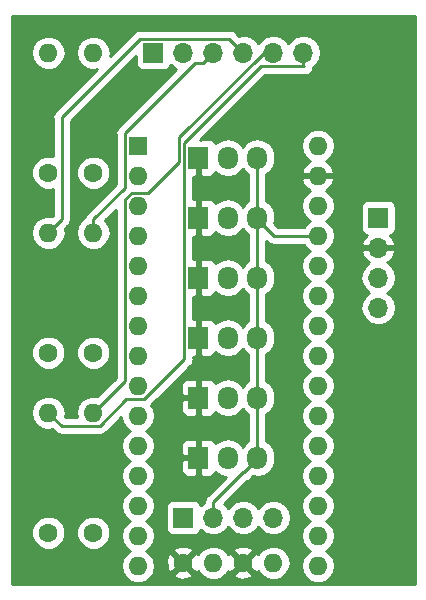
<source format=gbr>
G04 #@! TF.GenerationSoftware,KiCad,Pcbnew,(5.0.0-3-g5ebb6b6)*
G04 #@! TF.CreationDate,2018-11-24T18:14:00+01:00*
G04 #@! TF.ProjectId,tt_nano_HAT,74745F6E616E6F5F4841542E6B696361,rev?*
G04 #@! TF.SameCoordinates,Original*
G04 #@! TF.FileFunction,Copper,L2,Bot,Signal*
G04 #@! TF.FilePolarity,Positive*
%FSLAX46Y46*%
G04 Gerber Fmt 4.6, Leading zero omitted, Abs format (unit mm)*
G04 Created by KiCad (PCBNEW (5.0.0-3-g5ebb6b6)) date Saturday, 24. November 2018 um 18:14:00*
%MOMM*%
%LPD*%
G01*
G04 APERTURE LIST*
G04 #@! TA.AperFunction,ComponentPad*
%ADD10R,1.600000X1.600000*%
G04 #@! TD*
G04 #@! TA.AperFunction,ComponentPad*
%ADD11O,1.600000X1.600000*%
G04 #@! TD*
G04 #@! TA.AperFunction,ComponentPad*
%ADD12C,1.600000*%
G04 #@! TD*
G04 #@! TA.AperFunction,ComponentPad*
%ADD13R,1.700000X1.700000*%
G04 #@! TD*
G04 #@! TA.AperFunction,ComponentPad*
%ADD14O,1.700000X1.700000*%
G04 #@! TD*
G04 #@! TA.AperFunction,ComponentPad*
%ADD15O,1.700000X1.950000*%
G04 #@! TD*
G04 #@! TA.AperFunction,ComponentPad*
%ADD16R,1.700000X1.950000*%
G04 #@! TD*
G04 #@! TA.AperFunction,Conductor*
%ADD17C,0.250000*%
G04 #@! TD*
G04 #@! TA.AperFunction,Conductor*
%ADD18C,0.254000*%
G04 #@! TD*
G04 APERTURE END LIST*
D10*
G04 #@! TO.P,A1,1*
G04 #@! TO.N,Net-(A1-Pad1)*
X162530000Y-53615001D03*
D11*
G04 #@! TO.P,A1,17*
G04 #@! TO.N,Net-(A1-Pad17)*
X177770000Y-86635001D03*
G04 #@! TO.P,A1,2*
G04 #@! TO.N,Net-(A1-Pad2)*
X162530000Y-56155001D03*
G04 #@! TO.P,A1,18*
G04 #@! TO.N,Net-(A1-Pad18)*
X177770000Y-84095001D03*
G04 #@! TO.P,A1,3*
G04 #@! TO.N,Net-(A1-Pad3)*
X162530000Y-58695001D03*
G04 #@! TO.P,A1,19*
G04 #@! TO.N,Net-(A1-Pad19)*
X177770000Y-81555001D03*
G04 #@! TO.P,A1,4*
G04 #@! TO.N,Net-(A1-Pad4)*
X162530000Y-61235001D03*
G04 #@! TO.P,A1,20*
G04 #@! TO.N,Net-(A1-Pad20)*
X177770000Y-79015001D03*
G04 #@! TO.P,A1,5*
G04 #@! TO.N,Net-(A1-Pad5)*
X162530000Y-63775001D03*
G04 #@! TO.P,A1,21*
G04 #@! TO.N,Net-(A1-Pad21)*
X177770000Y-76475001D03*
G04 #@! TO.P,A1,6*
G04 #@! TO.N,Net-(A1-Pad6)*
X162530000Y-66315001D03*
G04 #@! TO.P,A1,22*
G04 #@! TO.N,Net-(A1-Pad22)*
X177770000Y-73935001D03*
G04 #@! TO.P,A1,7*
G04 #@! TO.N,Net-(A1-Pad7)*
X162530000Y-68855001D03*
G04 #@! TO.P,A1,23*
G04 #@! TO.N,Net-(A1-Pad23)*
X177770000Y-71395001D03*
G04 #@! TO.P,A1,8*
G04 #@! TO.N,Net-(A1-Pad8)*
X162530000Y-71395001D03*
G04 #@! TO.P,A1,24*
G04 #@! TO.N,Net-(A1-Pad24)*
X177770000Y-68855001D03*
G04 #@! TO.P,A1,9*
G04 #@! TO.N,Net-(A1-Pad9)*
X162530000Y-73935001D03*
G04 #@! TO.P,A1,25*
G04 #@! TO.N,Net-(A1-Pad25)*
X177770000Y-66315001D03*
G04 #@! TO.P,A1,10*
G04 #@! TO.N,Net-(A1-Pad10)*
X162530000Y-76475001D03*
G04 #@! TO.P,A1,26*
G04 #@! TO.N,Net-(A1-Pad26)*
X177770000Y-63775001D03*
G04 #@! TO.P,A1,11*
G04 #@! TO.N,Net-(A1-Pad11)*
X162530000Y-79015001D03*
G04 #@! TO.P,A1,27*
G04 #@! TO.N,Net-(A1-Pad27)*
X177770000Y-61235001D03*
G04 #@! TO.P,A1,12*
G04 #@! TO.N,Net-(A1-Pad12)*
X162530000Y-81555001D03*
G04 #@! TO.P,A1,28*
G04 #@! TO.N,Net-(A1-Pad28)*
X177770000Y-58695001D03*
G04 #@! TO.P,A1,13*
G04 #@! TO.N,Net-(A1-Pad13)*
X162530000Y-84095001D03*
G04 #@! TO.P,A1,29*
G04 #@! TO.N,Net-(A1-Pad29)*
X177770000Y-56155001D03*
G04 #@! TO.P,A1,14*
G04 #@! TO.N,Net-(A1-Pad14)*
X162530000Y-86635001D03*
G04 #@! TO.P,A1,30*
G04 #@! TO.N,Net-(A1-Pad30)*
X177770000Y-53615001D03*
G04 #@! TO.P,A1,15*
G04 #@! TO.N,Net-(A1-Pad15)*
X162530000Y-89175001D03*
G04 #@! TO.P,A1,16*
G04 #@! TO.N,Net-(A1-Pad16)*
X177770000Y-89175001D03*
G04 #@! TD*
G04 #@! TO.P,D4,2*
G04 #@! TO.N,Net-(J2-Pad2)*
X154940000Y-45720000D03*
D12*
G04 #@! TO.P,D4,1*
G04 #@! TO.N,Net-(A1-Pad7)*
X154940000Y-55880000D03*
G04 #@! TD*
D13*
G04 #@! TO.P,J2,1*
G04 #@! TO.N,Net-(J2-Pad1)*
X163830000Y-45720000D03*
D14*
G04 #@! TO.P,J2,2*
G04 #@! TO.N,Net-(J2-Pad2)*
X166370000Y-45720000D03*
G04 #@! TO.P,J2,3*
G04 #@! TO.N,Net-(J2-Pad3)*
X168910000Y-45720000D03*
G04 #@! TO.P,J2,4*
G04 #@! TO.N,Net-(J2-Pad4)*
X171450000Y-45720000D03*
G04 #@! TO.P,J2,5*
G04 #@! TO.N,Net-(J2-Pad5)*
X173990000Y-45720000D03*
G04 #@! TO.P,J2,6*
G04 #@! TO.N,Net-(J2-Pad6)*
X176530000Y-45720000D03*
G04 #@! TD*
D13*
G04 #@! TO.P,J3,1*
G04 #@! TO.N,Net-(A1-Pad27)*
X182880000Y-59690000D03*
D14*
G04 #@! TO.P,J3,2*
G04 #@! TO.N,Net-(A1-Pad29)*
X182880000Y-62230000D03*
G04 #@! TO.P,J3,3*
G04 #@! TO.N,Net-(A1-Pad23)*
X182880000Y-64770000D03*
G04 #@! TO.P,J3,4*
G04 #@! TO.N,Net-(A1-Pad24)*
X182880000Y-67310000D03*
G04 #@! TD*
D15*
G04 #@! TO.P,J4,3*
G04 #@! TO.N,Net-(A1-Pad27)*
X172640000Y-80010000D03*
G04 #@! TO.P,J4,2*
G04 #@! TO.N,Net-(A1-Pad19)*
X170140000Y-80010000D03*
D16*
G04 #@! TO.P,J4,1*
G04 #@! TO.N,Net-(A1-Pad29)*
X167640000Y-80010000D03*
G04 #@! TD*
G04 #@! TO.P,J5,1*
G04 #@! TO.N,Net-(A1-Pad29)*
X167640000Y-74930000D03*
D15*
G04 #@! TO.P,J5,2*
G04 #@! TO.N,Net-(A1-Pad20)*
X170140000Y-74930000D03*
G04 #@! TO.P,J5,3*
G04 #@! TO.N,Net-(A1-Pad27)*
X172640000Y-74930000D03*
G04 #@! TD*
G04 #@! TO.P,J6,3*
G04 #@! TO.N,Net-(A1-Pad27)*
X172640000Y-69850000D03*
G04 #@! TO.P,J6,2*
G04 #@! TO.N,Net-(A1-Pad21)*
X170140000Y-69850000D03*
D16*
G04 #@! TO.P,J6,1*
G04 #@! TO.N,Net-(A1-Pad29)*
X167640000Y-69850000D03*
G04 #@! TD*
G04 #@! TO.P,J7,1*
G04 #@! TO.N,Net-(A1-Pad29)*
X167640000Y-64770000D03*
D15*
G04 #@! TO.P,J7,2*
G04 #@! TO.N,Net-(A1-Pad22)*
X170140000Y-64770000D03*
G04 #@! TO.P,J7,3*
G04 #@! TO.N,Net-(A1-Pad27)*
X172640000Y-64770000D03*
G04 #@! TD*
G04 #@! TO.P,J8,3*
G04 #@! TO.N,Net-(A1-Pad27)*
X172640000Y-59690000D03*
G04 #@! TO.P,J8,2*
G04 #@! TO.N,Net-(A1-Pad25)*
X170140000Y-59690000D03*
D16*
G04 #@! TO.P,J8,1*
G04 #@! TO.N,Net-(A1-Pad29)*
X167640000Y-59690000D03*
G04 #@! TD*
G04 #@! TO.P,J9,1*
G04 #@! TO.N,Net-(A1-Pad29)*
X167640000Y-54610000D03*
D15*
G04 #@! TO.P,J9,2*
G04 #@! TO.N,Net-(A1-Pad26)*
X170140000Y-54610000D03*
G04 #@! TO.P,J9,3*
G04 #@! TO.N,Net-(A1-Pad27)*
X172640000Y-54610000D03*
G04 #@! TD*
D12*
G04 #@! TO.P,D3,1*
G04 #@! TO.N,Net-(A1-Pad6)*
X158750000Y-55880000D03*
D11*
G04 #@! TO.P,D3,2*
G04 #@! TO.N,Net-(J2-Pad1)*
X158750000Y-45720000D03*
G04 #@! TD*
D12*
G04 #@! TO.P,D5,1*
G04 #@! TO.N,Net-(A1-Pad8)*
X158750000Y-71120000D03*
D11*
G04 #@! TO.P,D5,2*
G04 #@! TO.N,Net-(J2-Pad3)*
X158750000Y-60960000D03*
G04 #@! TD*
G04 #@! TO.P,D6,2*
G04 #@! TO.N,Net-(J2-Pad4)*
X154940000Y-60960000D03*
D12*
G04 #@! TO.P,D6,1*
G04 #@! TO.N,Net-(A1-Pad9)*
X154940000Y-71120000D03*
G04 #@! TD*
G04 #@! TO.P,D7,1*
G04 #@! TO.N,Net-(A1-Pad10)*
X158750000Y-86360000D03*
D11*
G04 #@! TO.P,D7,2*
G04 #@! TO.N,Net-(J2-Pad5)*
X158750000Y-76200000D03*
G04 #@! TD*
G04 #@! TO.P,D8,2*
G04 #@! TO.N,Net-(J2-Pad6)*
X154940000Y-76200000D03*
D12*
G04 #@! TO.P,D8,1*
G04 #@! TO.N,Net-(A1-Pad11)*
X154940000Y-86360000D03*
G04 #@! TD*
D13*
G04 #@! TO.P,J1,1*
G04 #@! TO.N,Net-(A1-Pad27)*
X166370000Y-85090000D03*
D14*
G04 #@! TO.P,J1,2*
X168910000Y-85090000D03*
G04 #@! TO.P,J1,3*
G04 #@! TO.N,Net-(A1-Pad15)*
X171450000Y-85090000D03*
G04 #@! TO.P,J1,4*
G04 #@! TO.N,Net-(A1-Pad16)*
X173990000Y-85090000D03*
G04 #@! TD*
D12*
G04 #@! TO.P,D12,1*
G04 #@! TO.N,Net-(A1-Pad29)*
X166370000Y-88900000D03*
D11*
G04 #@! TO.P,D12,2*
G04 #@! TO.N,Net-(A1-Pad15)*
X168910000Y-88900000D03*
G04 #@! TD*
G04 #@! TO.P,D13,2*
G04 #@! TO.N,Net-(A1-Pad16)*
X173990000Y-88900000D03*
D12*
G04 #@! TO.P,D13,1*
G04 #@! TO.N,Net-(A1-Pad29)*
X171450000Y-88900000D03*
G04 #@! TD*
D17*
G04 #@! TO.N,Net-(A1-Pad27)*
X172640000Y-59815000D02*
X172640000Y-59690000D01*
X174060001Y-61235001D02*
X172640000Y-59815000D01*
X177770000Y-61235001D02*
X174060001Y-61235001D01*
X172640000Y-59690000D02*
X172640000Y-54610000D01*
X172640000Y-60915000D02*
X172640000Y-64770000D01*
X172640000Y-59690000D02*
X172640000Y-60915000D01*
X172640000Y-68625000D02*
X172640000Y-64770000D01*
X172640000Y-69850000D02*
X172640000Y-68625000D01*
X172640000Y-73705000D02*
X172640000Y-69850000D01*
X172640000Y-74930000D02*
X172640000Y-73705000D01*
X172640000Y-78785000D02*
X172640000Y-74930000D01*
X172640000Y-80010000D02*
X172640000Y-78785000D01*
X172640000Y-80135000D02*
X172640000Y-80010000D01*
X171415000Y-81235000D02*
X171540000Y-81235000D01*
X168910000Y-83740000D02*
X171415000Y-81235000D01*
X171540000Y-81235000D02*
X172640000Y-80135000D01*
X168910000Y-85090000D02*
X168910000Y-83740000D01*
G04 #@! TO.N,Net-(J2-Pad3)*
X168060001Y-46569999D02*
X168910000Y-45720000D01*
X161404999Y-52555000D02*
X167390000Y-46569999D01*
X161404999Y-57173631D02*
X161404999Y-52555000D01*
X167390000Y-46569999D02*
X168060001Y-46569999D01*
X158750000Y-59828630D02*
X161404999Y-57173631D01*
X158750000Y-60960000D02*
X158750000Y-59828630D01*
G04 #@! TO.N,Net-(J2-Pad4)*
X170274999Y-44544999D02*
X170600001Y-44870001D01*
X162719999Y-44544999D02*
X170274999Y-44544999D01*
X156065001Y-51199997D02*
X162719999Y-44544999D01*
X170600001Y-44870001D02*
X171450000Y-45720000D01*
X156065001Y-59834999D02*
X156065001Y-51199997D01*
X154940000Y-60960000D02*
X156065001Y-59834999D01*
G04 #@! TO.N,Net-(J2-Pad5)*
X163410000Y-57570000D02*
X166014989Y-54965011D01*
X161989999Y-57570000D02*
X163410000Y-57570000D01*
X161404999Y-73545001D02*
X161404999Y-58155000D01*
X161404999Y-58155000D02*
X161989999Y-57570000D01*
X158750000Y-76200000D02*
X161404999Y-73545001D01*
X173189002Y-45720000D02*
X173990000Y-45720000D01*
X166014989Y-52894013D02*
X173189002Y-45720000D01*
X166014989Y-54965011D02*
X166014989Y-52894013D01*
G04 #@! TO.N,Net-(J2-Pad6)*
X172944997Y-46895001D02*
X176624999Y-46895001D01*
X166464999Y-53374999D02*
X172944997Y-46895001D01*
X163070001Y-75060002D02*
X166464999Y-71665004D01*
X161555000Y-75060002D02*
X163070001Y-75060002D01*
X166464999Y-71665004D02*
X166464999Y-53374999D01*
X154940000Y-76200000D02*
X156065001Y-77325001D01*
X159290001Y-77325001D02*
X161555000Y-75060002D01*
X156065001Y-77325001D02*
X159290001Y-77325001D01*
X176530000Y-46800002D02*
X176530000Y-45720000D01*
X176624999Y-46895001D02*
X176530000Y-46800002D01*
G04 #@! TD*
D18*
G04 #@! TO.N,Net-(A1-Pad29)*
G36*
X185980001Y-90730000D02*
X151840000Y-90730000D01*
X151840000Y-86074561D01*
X153505000Y-86074561D01*
X153505000Y-86645439D01*
X153723466Y-87172862D01*
X154127138Y-87576534D01*
X154654561Y-87795000D01*
X155225439Y-87795000D01*
X155752862Y-87576534D01*
X156156534Y-87172862D01*
X156375000Y-86645439D01*
X156375000Y-86074561D01*
X157315000Y-86074561D01*
X157315000Y-86645439D01*
X157533466Y-87172862D01*
X157937138Y-87576534D01*
X158464561Y-87795000D01*
X159035439Y-87795000D01*
X159562862Y-87576534D01*
X159966534Y-87172862D01*
X160185000Y-86645439D01*
X160185000Y-86074561D01*
X159966534Y-85547138D01*
X159562862Y-85143466D01*
X159035439Y-84925000D01*
X158464561Y-84925000D01*
X157937138Y-85143466D01*
X157533466Y-85547138D01*
X157315000Y-86074561D01*
X156375000Y-86074561D01*
X156156534Y-85547138D01*
X155752862Y-85143466D01*
X155225439Y-84925000D01*
X154654561Y-84925000D01*
X154127138Y-85143466D01*
X153723466Y-85547138D01*
X153505000Y-86074561D01*
X151840000Y-86074561D01*
X151840000Y-70834561D01*
X153505000Y-70834561D01*
X153505000Y-71405439D01*
X153723466Y-71932862D01*
X154127138Y-72336534D01*
X154654561Y-72555000D01*
X155225439Y-72555000D01*
X155752862Y-72336534D01*
X156156534Y-71932862D01*
X156375000Y-71405439D01*
X156375000Y-70834561D01*
X157315000Y-70834561D01*
X157315000Y-71405439D01*
X157533466Y-71932862D01*
X157937138Y-72336534D01*
X158464561Y-72555000D01*
X159035439Y-72555000D01*
X159562862Y-72336534D01*
X159966534Y-71932862D01*
X160185000Y-71405439D01*
X160185000Y-70834561D01*
X159966534Y-70307138D01*
X159562862Y-69903466D01*
X159035439Y-69685000D01*
X158464561Y-69685000D01*
X157937138Y-69903466D01*
X157533466Y-70307138D01*
X157315000Y-70834561D01*
X156375000Y-70834561D01*
X156156534Y-70307138D01*
X155752862Y-69903466D01*
X155225439Y-69685000D01*
X154654561Y-69685000D01*
X154127138Y-69903466D01*
X153723466Y-70307138D01*
X153505000Y-70834561D01*
X151840000Y-70834561D01*
X151840000Y-60960000D01*
X153476887Y-60960000D01*
X153588260Y-61519909D01*
X153905423Y-61994577D01*
X154380091Y-62311740D01*
X154798667Y-62395000D01*
X155081333Y-62395000D01*
X155499909Y-62311740D01*
X155974577Y-61994577D01*
X156291740Y-61519909D01*
X156403113Y-60960000D01*
X156338688Y-60636114D01*
X156549474Y-60425328D01*
X156612930Y-60382928D01*
X156668694Y-60299472D01*
X156780905Y-60131537D01*
X156809747Y-59986536D01*
X156825001Y-59909851D01*
X156825001Y-59909847D01*
X156839889Y-59834999D01*
X156825001Y-59760151D01*
X156825001Y-55594561D01*
X157315000Y-55594561D01*
X157315000Y-56165439D01*
X157533466Y-56692862D01*
X157937138Y-57096534D01*
X158464561Y-57315000D01*
X159035439Y-57315000D01*
X159562862Y-57096534D01*
X159966534Y-56692862D01*
X160185000Y-56165439D01*
X160185000Y-55594561D01*
X159966534Y-55067138D01*
X159562862Y-54663466D01*
X159035439Y-54445000D01*
X158464561Y-54445000D01*
X157937138Y-54663466D01*
X157533466Y-55067138D01*
X157315000Y-55594561D01*
X156825001Y-55594561D01*
X156825001Y-51514798D01*
X162332560Y-46007241D01*
X162332560Y-46570000D01*
X162381843Y-46817765D01*
X162522191Y-47027809D01*
X162732235Y-47168157D01*
X162980000Y-47217440D01*
X164680000Y-47217440D01*
X164927765Y-47168157D01*
X165137809Y-47027809D01*
X165278157Y-46817765D01*
X165287184Y-46772381D01*
X165299375Y-46790625D01*
X165776061Y-47109136D01*
X160920527Y-51964671D01*
X160857071Y-52007071D01*
X160814671Y-52070527D01*
X160814670Y-52070528D01*
X160689096Y-52258463D01*
X160630111Y-52555000D01*
X160645000Y-52629852D01*
X160644999Y-56858829D01*
X158265528Y-59238301D01*
X158202072Y-59280701D01*
X158159672Y-59344157D01*
X158159671Y-59344158D01*
X158034097Y-59532093D01*
X157992713Y-59740144D01*
X157715423Y-59925423D01*
X157398260Y-60400091D01*
X157286887Y-60960000D01*
X157398260Y-61519909D01*
X157715423Y-61994577D01*
X158190091Y-62311740D01*
X158608667Y-62395000D01*
X158891333Y-62395000D01*
X159309909Y-62311740D01*
X159784577Y-61994577D01*
X160101740Y-61519909D01*
X160213113Y-60960000D01*
X160101740Y-60400091D01*
X159784577Y-59925423D01*
X159750666Y-59902765D01*
X160645000Y-59008432D01*
X160644999Y-73230199D01*
X159073886Y-74801312D01*
X158891333Y-74765000D01*
X158608667Y-74765000D01*
X158190091Y-74848260D01*
X157715423Y-75165423D01*
X157398260Y-75640091D01*
X157286887Y-76200000D01*
X157359490Y-76565001D01*
X156379803Y-76565001D01*
X156338688Y-76523886D01*
X156403113Y-76200000D01*
X156291740Y-75640091D01*
X155974577Y-75165423D01*
X155499909Y-74848260D01*
X155081333Y-74765000D01*
X154798667Y-74765000D01*
X154380091Y-74848260D01*
X153905423Y-75165423D01*
X153588260Y-75640091D01*
X153476887Y-76200000D01*
X153588260Y-76759909D01*
X153905423Y-77234577D01*
X154380091Y-77551740D01*
X154798667Y-77635000D01*
X155081333Y-77635000D01*
X155263886Y-77598688D01*
X155474672Y-77809474D01*
X155517072Y-77872930D01*
X155580528Y-77915330D01*
X155768463Y-78040905D01*
X155816606Y-78050481D01*
X155990149Y-78085001D01*
X155990153Y-78085001D01*
X156065001Y-78099889D01*
X156139849Y-78085001D01*
X159215154Y-78085001D01*
X159290001Y-78099889D01*
X159364848Y-78085001D01*
X159364853Y-78085001D01*
X159586538Y-78040905D01*
X159837930Y-77872930D01*
X159880332Y-77809471D01*
X161091428Y-76598376D01*
X161178260Y-77034910D01*
X161495423Y-77509578D01*
X161847758Y-77745001D01*
X161495423Y-77980424D01*
X161178260Y-78455092D01*
X161066887Y-79015001D01*
X161178260Y-79574910D01*
X161495423Y-80049578D01*
X161847758Y-80285001D01*
X161495423Y-80520424D01*
X161178260Y-80995092D01*
X161066887Y-81555001D01*
X161178260Y-82114910D01*
X161495423Y-82589578D01*
X161847758Y-82825001D01*
X161495423Y-83060424D01*
X161178260Y-83535092D01*
X161066887Y-84095001D01*
X161178260Y-84654910D01*
X161495423Y-85129578D01*
X161847758Y-85365001D01*
X161495423Y-85600424D01*
X161178260Y-86075092D01*
X161066887Y-86635001D01*
X161178260Y-87194910D01*
X161495423Y-87669578D01*
X161847758Y-87905001D01*
X161495423Y-88140424D01*
X161178260Y-88615092D01*
X161066887Y-89175001D01*
X161178260Y-89734910D01*
X161495423Y-90209578D01*
X161970091Y-90526741D01*
X162388667Y-90610001D01*
X162671333Y-90610001D01*
X163089909Y-90526741D01*
X163564577Y-90209578D01*
X163766255Y-89907745D01*
X165541861Y-89907745D01*
X165615995Y-90153864D01*
X166153223Y-90346965D01*
X166723454Y-90319778D01*
X167124005Y-90153864D01*
X167198139Y-89907745D01*
X166370000Y-89079605D01*
X165541861Y-89907745D01*
X163766255Y-89907745D01*
X163881740Y-89734910D01*
X163993113Y-89175001D01*
X163895293Y-88683223D01*
X164923035Y-88683223D01*
X164950222Y-89253454D01*
X165116136Y-89654005D01*
X165362255Y-89728139D01*
X166190395Y-88900000D01*
X166549605Y-88900000D01*
X167377745Y-89728139D01*
X167623864Y-89654005D01*
X167646280Y-89591641D01*
X167875423Y-89934577D01*
X168350091Y-90251740D01*
X168768667Y-90335000D01*
X169051333Y-90335000D01*
X169469909Y-90251740D01*
X169944577Y-89934577D01*
X169962505Y-89907745D01*
X170621861Y-89907745D01*
X170695995Y-90153864D01*
X171233223Y-90346965D01*
X171803454Y-90319778D01*
X172204005Y-90153864D01*
X172278139Y-89907745D01*
X171450000Y-89079605D01*
X170621861Y-89907745D01*
X169962505Y-89907745D01*
X170171611Y-89594797D01*
X170196136Y-89654005D01*
X170442255Y-89728139D01*
X171270395Y-88900000D01*
X171629605Y-88900000D01*
X172457745Y-89728139D01*
X172703864Y-89654005D01*
X172726280Y-89591641D01*
X172955423Y-89934577D01*
X173430091Y-90251740D01*
X173848667Y-90335000D01*
X174131333Y-90335000D01*
X174549909Y-90251740D01*
X175024577Y-89934577D01*
X175341740Y-89459909D01*
X175453113Y-88900000D01*
X175341740Y-88340091D01*
X175024577Y-87865423D01*
X174549909Y-87548260D01*
X174131333Y-87465000D01*
X173848667Y-87465000D01*
X173430091Y-87548260D01*
X172955423Y-87865423D01*
X172728389Y-88205203D01*
X172703864Y-88145995D01*
X172457745Y-88071861D01*
X171629605Y-88900000D01*
X171270395Y-88900000D01*
X170442255Y-88071861D01*
X170196136Y-88145995D01*
X170173720Y-88208359D01*
X169962506Y-87892255D01*
X170621861Y-87892255D01*
X171450000Y-88720395D01*
X172278139Y-87892255D01*
X172204005Y-87646136D01*
X171666777Y-87453035D01*
X171096546Y-87480222D01*
X170695995Y-87646136D01*
X170621861Y-87892255D01*
X169962506Y-87892255D01*
X169944577Y-87865423D01*
X169469909Y-87548260D01*
X169051333Y-87465000D01*
X168768667Y-87465000D01*
X168350091Y-87548260D01*
X167875423Y-87865423D01*
X167648389Y-88205203D01*
X167623864Y-88145995D01*
X167377745Y-88071861D01*
X166549605Y-88900000D01*
X166190395Y-88900000D01*
X165362255Y-88071861D01*
X165116136Y-88145995D01*
X164923035Y-88683223D01*
X163895293Y-88683223D01*
X163881740Y-88615092D01*
X163564577Y-88140424D01*
X163212242Y-87905001D01*
X163231317Y-87892255D01*
X165541861Y-87892255D01*
X166370000Y-88720395D01*
X167198139Y-87892255D01*
X167124005Y-87646136D01*
X166586777Y-87453035D01*
X166016546Y-87480222D01*
X165615995Y-87646136D01*
X165541861Y-87892255D01*
X163231317Y-87892255D01*
X163564577Y-87669578D01*
X163881740Y-87194910D01*
X163993113Y-86635001D01*
X163881740Y-86075092D01*
X163564577Y-85600424D01*
X163212242Y-85365001D01*
X163564577Y-85129578D01*
X163881740Y-84654910D01*
X163993113Y-84095001D01*
X163881740Y-83535092D01*
X163564577Y-83060424D01*
X163212242Y-82825001D01*
X163564577Y-82589578D01*
X163881740Y-82114910D01*
X163993113Y-81555001D01*
X163881740Y-80995092D01*
X163564577Y-80520424D01*
X163228329Y-80295750D01*
X166155000Y-80295750D01*
X166155000Y-81111310D01*
X166251673Y-81344699D01*
X166430302Y-81523327D01*
X166663691Y-81620000D01*
X167354250Y-81620000D01*
X167513000Y-81461250D01*
X167513000Y-80137000D01*
X166313750Y-80137000D01*
X166155000Y-80295750D01*
X163228329Y-80295750D01*
X163212242Y-80285001D01*
X163564577Y-80049578D01*
X163881740Y-79574910D01*
X163993113Y-79015001D01*
X163971967Y-78908690D01*
X166155000Y-78908690D01*
X166155000Y-79724250D01*
X166313750Y-79883000D01*
X167513000Y-79883000D01*
X167513000Y-78558750D01*
X167354250Y-78400000D01*
X166663691Y-78400000D01*
X166430302Y-78496673D01*
X166251673Y-78675301D01*
X166155000Y-78908690D01*
X163971967Y-78908690D01*
X163881740Y-78455092D01*
X163564577Y-77980424D01*
X163212242Y-77745001D01*
X163564577Y-77509578D01*
X163881740Y-77034910D01*
X163993113Y-76475001D01*
X163881740Y-75915092D01*
X163647216Y-75564102D01*
X163660332Y-75544472D01*
X163989054Y-75215750D01*
X166155000Y-75215750D01*
X166155000Y-76031310D01*
X166251673Y-76264699D01*
X166430302Y-76443327D01*
X166663691Y-76540000D01*
X167354250Y-76540000D01*
X167513000Y-76381250D01*
X167513000Y-75057000D01*
X166313750Y-75057000D01*
X166155000Y-75215750D01*
X163989054Y-75215750D01*
X165376114Y-73828690D01*
X166155000Y-73828690D01*
X166155000Y-74644250D01*
X166313750Y-74803000D01*
X167513000Y-74803000D01*
X167513000Y-73478750D01*
X167354250Y-73320000D01*
X166663691Y-73320000D01*
X166430302Y-73416673D01*
X166251673Y-73595301D01*
X166155000Y-73828690D01*
X165376114Y-73828690D01*
X166949472Y-72255333D01*
X167012928Y-72212933D01*
X167180903Y-71961541D01*
X167224999Y-71739856D01*
X167224999Y-71739852D01*
X167239887Y-71665005D01*
X167224999Y-71590158D01*
X167224999Y-71460000D01*
X167354250Y-71460000D01*
X167513000Y-71301250D01*
X167513000Y-69977000D01*
X167493000Y-69977000D01*
X167493000Y-69723000D01*
X167513000Y-69723000D01*
X167513000Y-68398750D01*
X167354250Y-68240000D01*
X167224999Y-68240000D01*
X167224999Y-66380000D01*
X167354250Y-66380000D01*
X167513000Y-66221250D01*
X167513000Y-64897000D01*
X167493000Y-64897000D01*
X167493000Y-64643000D01*
X167513000Y-64643000D01*
X167513000Y-63318750D01*
X167354250Y-63160000D01*
X167224999Y-63160000D01*
X167224999Y-61300000D01*
X167354250Y-61300000D01*
X167513000Y-61141250D01*
X167513000Y-59817000D01*
X167493000Y-59817000D01*
X167493000Y-59563000D01*
X167513000Y-59563000D01*
X167513000Y-58238750D01*
X167354250Y-58080000D01*
X167224999Y-58080000D01*
X167224999Y-56220000D01*
X167354250Y-56220000D01*
X167513000Y-56061250D01*
X167513000Y-54737000D01*
X167493000Y-54737000D01*
X167493000Y-54483000D01*
X167513000Y-54483000D01*
X167513000Y-54463000D01*
X167767000Y-54463000D01*
X167767000Y-54483000D01*
X167787000Y-54483000D01*
X167787000Y-54737000D01*
X167767000Y-54737000D01*
X167767000Y-56061250D01*
X167925750Y-56220000D01*
X168616309Y-56220000D01*
X168849698Y-56123327D01*
X169028327Y-55944699D01*
X169082344Y-55814291D01*
X169560583Y-56133839D01*
X170140000Y-56249092D01*
X170719418Y-56133839D01*
X171210625Y-55805625D01*
X171390000Y-55537171D01*
X171569375Y-55805625D01*
X171880001Y-56013178D01*
X171880000Y-58286822D01*
X171569375Y-58494375D01*
X171390000Y-58762829D01*
X171210625Y-58494375D01*
X170719417Y-58166161D01*
X170140000Y-58050908D01*
X169560582Y-58166161D01*
X169082344Y-58485709D01*
X169028327Y-58355301D01*
X168849698Y-58176673D01*
X168616309Y-58080000D01*
X167925750Y-58080000D01*
X167767000Y-58238750D01*
X167767000Y-59563000D01*
X167787000Y-59563000D01*
X167787000Y-59817000D01*
X167767000Y-59817000D01*
X167767000Y-61141250D01*
X167925750Y-61300000D01*
X168616309Y-61300000D01*
X168849698Y-61203327D01*
X169028327Y-61024699D01*
X169082344Y-60894291D01*
X169560583Y-61213839D01*
X170140000Y-61329092D01*
X170719418Y-61213839D01*
X171210625Y-60885625D01*
X171390000Y-60617171D01*
X171569375Y-60885625D01*
X171880000Y-61093178D01*
X171880001Y-63366822D01*
X171569375Y-63574375D01*
X171390000Y-63842829D01*
X171210625Y-63574375D01*
X170719417Y-63246161D01*
X170140000Y-63130908D01*
X169560582Y-63246161D01*
X169082344Y-63565709D01*
X169028327Y-63435301D01*
X168849698Y-63256673D01*
X168616309Y-63160000D01*
X167925750Y-63160000D01*
X167767000Y-63318750D01*
X167767000Y-64643000D01*
X167787000Y-64643000D01*
X167787000Y-64897000D01*
X167767000Y-64897000D01*
X167767000Y-66221250D01*
X167925750Y-66380000D01*
X168616309Y-66380000D01*
X168849698Y-66283327D01*
X169028327Y-66104699D01*
X169082344Y-65974291D01*
X169560583Y-66293839D01*
X170140000Y-66409092D01*
X170719418Y-66293839D01*
X171210625Y-65965625D01*
X171390000Y-65697171D01*
X171569375Y-65965625D01*
X171880001Y-66173178D01*
X171880000Y-68446822D01*
X171569375Y-68654375D01*
X171390000Y-68922829D01*
X171210625Y-68654375D01*
X170719417Y-68326161D01*
X170140000Y-68210908D01*
X169560582Y-68326161D01*
X169082344Y-68645709D01*
X169028327Y-68515301D01*
X168849698Y-68336673D01*
X168616309Y-68240000D01*
X167925750Y-68240000D01*
X167767000Y-68398750D01*
X167767000Y-69723000D01*
X167787000Y-69723000D01*
X167787000Y-69977000D01*
X167767000Y-69977000D01*
X167767000Y-71301250D01*
X167925750Y-71460000D01*
X168616309Y-71460000D01*
X168849698Y-71363327D01*
X169028327Y-71184699D01*
X169082344Y-71054291D01*
X169560583Y-71373839D01*
X170140000Y-71489092D01*
X170719418Y-71373839D01*
X171210625Y-71045625D01*
X171390000Y-70777171D01*
X171569375Y-71045625D01*
X171880001Y-71253178D01*
X171880000Y-73526822D01*
X171569375Y-73734375D01*
X171390000Y-74002829D01*
X171210625Y-73734375D01*
X170719417Y-73406161D01*
X170140000Y-73290908D01*
X169560582Y-73406161D01*
X169082344Y-73725709D01*
X169028327Y-73595301D01*
X168849698Y-73416673D01*
X168616309Y-73320000D01*
X167925750Y-73320000D01*
X167767000Y-73478750D01*
X167767000Y-74803000D01*
X167787000Y-74803000D01*
X167787000Y-75057000D01*
X167767000Y-75057000D01*
X167767000Y-76381250D01*
X167925750Y-76540000D01*
X168616309Y-76540000D01*
X168849698Y-76443327D01*
X169028327Y-76264699D01*
X169082344Y-76134291D01*
X169560583Y-76453839D01*
X170140000Y-76569092D01*
X170719418Y-76453839D01*
X171210625Y-76125625D01*
X171390000Y-75857171D01*
X171569375Y-76125625D01*
X171880001Y-76333178D01*
X171880000Y-78606822D01*
X171569375Y-78814375D01*
X171390000Y-79082829D01*
X171210625Y-78814375D01*
X170719417Y-78486161D01*
X170140000Y-78370908D01*
X169560582Y-78486161D01*
X169082344Y-78805709D01*
X169028327Y-78675301D01*
X168849698Y-78496673D01*
X168616309Y-78400000D01*
X167925750Y-78400000D01*
X167767000Y-78558750D01*
X167767000Y-79883000D01*
X167787000Y-79883000D01*
X167787000Y-80137000D01*
X167767000Y-80137000D01*
X167767000Y-81461250D01*
X167925750Y-81620000D01*
X168616309Y-81620000D01*
X168849698Y-81523327D01*
X169028327Y-81344699D01*
X169082344Y-81214291D01*
X169560583Y-81533839D01*
X169961594Y-81613605D01*
X168425528Y-83149671D01*
X168362072Y-83192071D01*
X168319672Y-83255527D01*
X168319671Y-83255528D01*
X168194097Y-83443463D01*
X168135112Y-83740000D01*
X168149469Y-83812177D01*
X167839375Y-84019375D01*
X167827184Y-84037619D01*
X167818157Y-83992235D01*
X167677809Y-83782191D01*
X167467765Y-83641843D01*
X167220000Y-83592560D01*
X165520000Y-83592560D01*
X165272235Y-83641843D01*
X165062191Y-83782191D01*
X164921843Y-83992235D01*
X164872560Y-84240000D01*
X164872560Y-85940000D01*
X164921843Y-86187765D01*
X165062191Y-86397809D01*
X165272235Y-86538157D01*
X165520000Y-86587440D01*
X167220000Y-86587440D01*
X167467765Y-86538157D01*
X167677809Y-86397809D01*
X167818157Y-86187765D01*
X167827184Y-86142381D01*
X167839375Y-86160625D01*
X168330582Y-86488839D01*
X168763744Y-86575000D01*
X169056256Y-86575000D01*
X169489418Y-86488839D01*
X169980625Y-86160625D01*
X170180000Y-85862239D01*
X170379375Y-86160625D01*
X170870582Y-86488839D01*
X171303744Y-86575000D01*
X171596256Y-86575000D01*
X172029418Y-86488839D01*
X172520625Y-86160625D01*
X172720000Y-85862239D01*
X172919375Y-86160625D01*
X173410582Y-86488839D01*
X173843744Y-86575000D01*
X174136256Y-86575000D01*
X174569418Y-86488839D01*
X175060625Y-86160625D01*
X175388839Y-85669418D01*
X175504092Y-85090000D01*
X175388839Y-84510582D01*
X175060625Y-84019375D01*
X174569418Y-83691161D01*
X174136256Y-83605000D01*
X173843744Y-83605000D01*
X173410582Y-83691161D01*
X172919375Y-84019375D01*
X172720000Y-84317761D01*
X172520625Y-84019375D01*
X172029418Y-83691161D01*
X171596256Y-83605000D01*
X171303744Y-83605000D01*
X170870582Y-83691161D01*
X170379375Y-84019375D01*
X170180000Y-84317761D01*
X169980625Y-84019375D01*
X169815655Y-83909146D01*
X171758344Y-81966458D01*
X171836537Y-81950904D01*
X172087929Y-81782929D01*
X172130331Y-81719470D01*
X172273592Y-81576209D01*
X172640000Y-81649092D01*
X173219418Y-81533839D01*
X173710625Y-81205625D01*
X174038839Y-80714417D01*
X174125000Y-80281255D01*
X174125000Y-79738744D01*
X174038839Y-79305582D01*
X173710625Y-78814375D01*
X173400000Y-78606822D01*
X173400000Y-76333178D01*
X173710625Y-76125625D01*
X174038839Y-75634417D01*
X174125000Y-75201255D01*
X174125000Y-74658744D01*
X174038839Y-74225582D01*
X173710625Y-73734375D01*
X173400000Y-73526822D01*
X173400000Y-71253178D01*
X173710625Y-71045625D01*
X174038839Y-70554417D01*
X174125000Y-70121255D01*
X174125000Y-69578744D01*
X174038839Y-69145582D01*
X173710625Y-68654375D01*
X173400000Y-68446822D01*
X173400000Y-66173178D01*
X173710625Y-65965625D01*
X174038839Y-65474417D01*
X174125000Y-65041255D01*
X174125000Y-64498744D01*
X174038839Y-64065582D01*
X173710625Y-63574375D01*
X173400000Y-63366822D01*
X173400000Y-61649802D01*
X173469672Y-61719474D01*
X173512072Y-61782930D01*
X173575528Y-61825330D01*
X173763463Y-61950905D01*
X173811606Y-61960481D01*
X173985149Y-61995001D01*
X173985153Y-61995001D01*
X174060001Y-62009889D01*
X174134849Y-61995001D01*
X176551957Y-61995001D01*
X176735423Y-62269578D01*
X177087758Y-62505001D01*
X176735423Y-62740424D01*
X176418260Y-63215092D01*
X176306887Y-63775001D01*
X176418260Y-64334910D01*
X176735423Y-64809578D01*
X177087758Y-65045001D01*
X176735423Y-65280424D01*
X176418260Y-65755092D01*
X176306887Y-66315001D01*
X176418260Y-66874910D01*
X176735423Y-67349578D01*
X177087758Y-67585001D01*
X176735423Y-67820424D01*
X176418260Y-68295092D01*
X176306887Y-68855001D01*
X176418260Y-69414910D01*
X176735423Y-69889578D01*
X177087758Y-70125001D01*
X176735423Y-70360424D01*
X176418260Y-70835092D01*
X176306887Y-71395001D01*
X176418260Y-71954910D01*
X176735423Y-72429578D01*
X177087758Y-72665001D01*
X176735423Y-72900424D01*
X176418260Y-73375092D01*
X176306887Y-73935001D01*
X176418260Y-74494910D01*
X176735423Y-74969578D01*
X177087758Y-75205001D01*
X176735423Y-75440424D01*
X176418260Y-75915092D01*
X176306887Y-76475001D01*
X176418260Y-77034910D01*
X176735423Y-77509578D01*
X177087758Y-77745001D01*
X176735423Y-77980424D01*
X176418260Y-78455092D01*
X176306887Y-79015001D01*
X176418260Y-79574910D01*
X176735423Y-80049578D01*
X177087758Y-80285001D01*
X176735423Y-80520424D01*
X176418260Y-80995092D01*
X176306887Y-81555001D01*
X176418260Y-82114910D01*
X176735423Y-82589578D01*
X177087758Y-82825001D01*
X176735423Y-83060424D01*
X176418260Y-83535092D01*
X176306887Y-84095001D01*
X176418260Y-84654910D01*
X176735423Y-85129578D01*
X177087758Y-85365001D01*
X176735423Y-85600424D01*
X176418260Y-86075092D01*
X176306887Y-86635001D01*
X176418260Y-87194910D01*
X176735423Y-87669578D01*
X177087758Y-87905001D01*
X176735423Y-88140424D01*
X176418260Y-88615092D01*
X176306887Y-89175001D01*
X176418260Y-89734910D01*
X176735423Y-90209578D01*
X177210091Y-90526741D01*
X177628667Y-90610001D01*
X177911333Y-90610001D01*
X178329909Y-90526741D01*
X178804577Y-90209578D01*
X179121740Y-89734910D01*
X179233113Y-89175001D01*
X179121740Y-88615092D01*
X178804577Y-88140424D01*
X178452242Y-87905001D01*
X178804577Y-87669578D01*
X179121740Y-87194910D01*
X179233113Y-86635001D01*
X179121740Y-86075092D01*
X178804577Y-85600424D01*
X178452242Y-85365001D01*
X178804577Y-85129578D01*
X179121740Y-84654910D01*
X179233113Y-84095001D01*
X179121740Y-83535092D01*
X178804577Y-83060424D01*
X178452242Y-82825001D01*
X178804577Y-82589578D01*
X179121740Y-82114910D01*
X179233113Y-81555001D01*
X179121740Y-80995092D01*
X178804577Y-80520424D01*
X178452242Y-80285001D01*
X178804577Y-80049578D01*
X179121740Y-79574910D01*
X179233113Y-79015001D01*
X179121740Y-78455092D01*
X178804577Y-77980424D01*
X178452242Y-77745001D01*
X178804577Y-77509578D01*
X179121740Y-77034910D01*
X179233113Y-76475001D01*
X179121740Y-75915092D01*
X178804577Y-75440424D01*
X178452242Y-75205001D01*
X178804577Y-74969578D01*
X179121740Y-74494910D01*
X179233113Y-73935001D01*
X179121740Y-73375092D01*
X178804577Y-72900424D01*
X178452242Y-72665001D01*
X178804577Y-72429578D01*
X179121740Y-71954910D01*
X179233113Y-71395001D01*
X179121740Y-70835092D01*
X178804577Y-70360424D01*
X178452242Y-70125001D01*
X178804577Y-69889578D01*
X179121740Y-69414910D01*
X179233113Y-68855001D01*
X179121740Y-68295092D01*
X178804577Y-67820424D01*
X178452242Y-67585001D01*
X178804577Y-67349578D01*
X179121740Y-66874910D01*
X179233113Y-66315001D01*
X179121740Y-65755092D01*
X178804577Y-65280424D01*
X178452242Y-65045001D01*
X178804577Y-64809578D01*
X178831022Y-64770000D01*
X181365908Y-64770000D01*
X181481161Y-65349418D01*
X181809375Y-65840625D01*
X182107761Y-66040000D01*
X181809375Y-66239375D01*
X181481161Y-66730582D01*
X181365908Y-67310000D01*
X181481161Y-67889418D01*
X181809375Y-68380625D01*
X182300582Y-68708839D01*
X182733744Y-68795000D01*
X183026256Y-68795000D01*
X183459418Y-68708839D01*
X183950625Y-68380625D01*
X184278839Y-67889418D01*
X184394092Y-67310000D01*
X184278839Y-66730582D01*
X183950625Y-66239375D01*
X183652239Y-66040000D01*
X183950625Y-65840625D01*
X184278839Y-65349418D01*
X184394092Y-64770000D01*
X184278839Y-64190582D01*
X183950625Y-63699375D01*
X183631522Y-63486157D01*
X183761358Y-63425183D01*
X184151645Y-62996924D01*
X184321476Y-62586890D01*
X184200155Y-62357000D01*
X183007000Y-62357000D01*
X183007000Y-62377000D01*
X182753000Y-62377000D01*
X182753000Y-62357000D01*
X181559845Y-62357000D01*
X181438524Y-62586890D01*
X181608355Y-62996924D01*
X181998642Y-63425183D01*
X182128478Y-63486157D01*
X181809375Y-63699375D01*
X181481161Y-64190582D01*
X181365908Y-64770000D01*
X178831022Y-64770000D01*
X179121740Y-64334910D01*
X179233113Y-63775001D01*
X179121740Y-63215092D01*
X178804577Y-62740424D01*
X178452242Y-62505001D01*
X178804577Y-62269578D01*
X179121740Y-61794910D01*
X179233113Y-61235001D01*
X179121740Y-60675092D01*
X178804577Y-60200424D01*
X178452242Y-59965001D01*
X178804577Y-59729578D01*
X179121740Y-59254910D01*
X179204270Y-58840000D01*
X181382560Y-58840000D01*
X181382560Y-60540000D01*
X181431843Y-60787765D01*
X181572191Y-60997809D01*
X181782235Y-61138157D01*
X181885708Y-61158739D01*
X181608355Y-61463076D01*
X181438524Y-61873110D01*
X181559845Y-62103000D01*
X182753000Y-62103000D01*
X182753000Y-62083000D01*
X183007000Y-62083000D01*
X183007000Y-62103000D01*
X184200155Y-62103000D01*
X184321476Y-61873110D01*
X184151645Y-61463076D01*
X183874292Y-61158739D01*
X183977765Y-61138157D01*
X184187809Y-60997809D01*
X184328157Y-60787765D01*
X184377440Y-60540000D01*
X184377440Y-58840000D01*
X184328157Y-58592235D01*
X184187809Y-58382191D01*
X183977765Y-58241843D01*
X183730000Y-58192560D01*
X182030000Y-58192560D01*
X181782235Y-58241843D01*
X181572191Y-58382191D01*
X181431843Y-58592235D01*
X181382560Y-58840000D01*
X179204270Y-58840000D01*
X179233113Y-58695001D01*
X179121740Y-58135092D01*
X178804577Y-57660424D01*
X178420892Y-57404054D01*
X178625134Y-57307390D01*
X179001041Y-56892424D01*
X179161904Y-56504040D01*
X179039915Y-56282001D01*
X177897000Y-56282001D01*
X177897000Y-56302001D01*
X177643000Y-56302001D01*
X177643000Y-56282001D01*
X176500085Y-56282001D01*
X176378096Y-56504040D01*
X176538959Y-56892424D01*
X176914866Y-57307390D01*
X177119108Y-57404054D01*
X176735423Y-57660424D01*
X176418260Y-58135092D01*
X176306887Y-58695001D01*
X176418260Y-59254910D01*
X176735423Y-59729578D01*
X177087758Y-59965001D01*
X176735423Y-60200424D01*
X176551957Y-60475001D01*
X174374803Y-60475001D01*
X174081209Y-60181407D01*
X174125000Y-59961255D01*
X174125000Y-59418744D01*
X174038839Y-58985582D01*
X173710625Y-58494375D01*
X173400000Y-58286822D01*
X173400000Y-56013178D01*
X173710625Y-55805625D01*
X174038839Y-55314417D01*
X174125000Y-54881255D01*
X174125000Y-54338744D01*
X174038839Y-53905582D01*
X173844679Y-53615001D01*
X176306887Y-53615001D01*
X176418260Y-54174910D01*
X176735423Y-54649578D01*
X177119108Y-54905948D01*
X176914866Y-55002612D01*
X176538959Y-55417578D01*
X176378096Y-55805962D01*
X176500085Y-56028001D01*
X177643000Y-56028001D01*
X177643000Y-56008001D01*
X177897000Y-56008001D01*
X177897000Y-56028001D01*
X179039915Y-56028001D01*
X179161904Y-55805962D01*
X179001041Y-55417578D01*
X178625134Y-55002612D01*
X178420892Y-54905948D01*
X178804577Y-54649578D01*
X179121740Y-54174910D01*
X179233113Y-53615001D01*
X179121740Y-53055092D01*
X178804577Y-52580424D01*
X178329909Y-52263261D01*
X177911333Y-52180001D01*
X177628667Y-52180001D01*
X177210091Y-52263261D01*
X176735423Y-52580424D01*
X176418260Y-53055092D01*
X176306887Y-53615001D01*
X173844679Y-53615001D01*
X173710625Y-53414375D01*
X173219417Y-53086161D01*
X172640000Y-52970908D01*
X172060582Y-53086161D01*
X171569375Y-53414375D01*
X171390000Y-53682829D01*
X171210625Y-53414375D01*
X170719417Y-53086161D01*
X170140000Y-52970908D01*
X169560582Y-53086161D01*
X169082344Y-53405709D01*
X169028327Y-53275301D01*
X168849698Y-53096673D01*
X168616309Y-53000000D01*
X167925750Y-53000000D01*
X167767002Y-53158748D01*
X167767002Y-53147797D01*
X173259799Y-47655001D01*
X176550152Y-47655001D01*
X176624999Y-47669889D01*
X176699846Y-47655001D01*
X176699851Y-47655001D01*
X176921536Y-47610905D01*
X177172928Y-47442930D01*
X177340903Y-47191538D01*
X177393063Y-46929314D01*
X177600625Y-46790625D01*
X177928839Y-46299418D01*
X178044092Y-45720000D01*
X177928839Y-45140582D01*
X177600625Y-44649375D01*
X177109418Y-44321161D01*
X176676256Y-44235000D01*
X176383744Y-44235000D01*
X175950582Y-44321161D01*
X175459375Y-44649375D01*
X175260000Y-44947761D01*
X175060625Y-44649375D01*
X174569418Y-44321161D01*
X174136256Y-44235000D01*
X173843744Y-44235000D01*
X173410582Y-44321161D01*
X172919375Y-44649375D01*
X172720000Y-44947761D01*
X172520625Y-44649375D01*
X172029418Y-44321161D01*
X171596256Y-44235000D01*
X171303744Y-44235000D01*
X171083592Y-44278791D01*
X170865330Y-44060529D01*
X170822928Y-43997070D01*
X170571536Y-43829095D01*
X170349851Y-43784999D01*
X170349846Y-43784999D01*
X170274999Y-43770111D01*
X170200152Y-43784999D01*
X162794845Y-43784999D01*
X162719998Y-43770111D01*
X162645151Y-43784999D01*
X162645147Y-43784999D01*
X162423462Y-43829095D01*
X162423460Y-43829096D01*
X162423461Y-43829096D01*
X162235525Y-43954670D01*
X162235523Y-43954672D01*
X162172070Y-43997070D01*
X162129672Y-44060523D01*
X160149279Y-46040917D01*
X160213113Y-45720000D01*
X160101740Y-45160091D01*
X159784577Y-44685423D01*
X159309909Y-44368260D01*
X158891333Y-44285000D01*
X158608667Y-44285000D01*
X158190091Y-44368260D01*
X157715423Y-44685423D01*
X157398260Y-45160091D01*
X157286887Y-45720000D01*
X157398260Y-46279909D01*
X157715423Y-46754577D01*
X158190091Y-47071740D01*
X158608667Y-47155000D01*
X158891333Y-47155000D01*
X159070918Y-47119278D01*
X155580529Y-50609668D01*
X155517073Y-50652068D01*
X155474673Y-50715524D01*
X155474672Y-50715525D01*
X155349098Y-50903460D01*
X155290113Y-51199997D01*
X155305002Y-51274849D01*
X155305002Y-54477956D01*
X155225439Y-54445000D01*
X154654561Y-54445000D01*
X154127138Y-54663466D01*
X153723466Y-55067138D01*
X153505000Y-55594561D01*
X153505000Y-56165439D01*
X153723466Y-56692862D01*
X154127138Y-57096534D01*
X154654561Y-57315000D01*
X155225439Y-57315000D01*
X155305001Y-57282044D01*
X155305001Y-59520197D01*
X155263886Y-59561312D01*
X155081333Y-59525000D01*
X154798667Y-59525000D01*
X154380091Y-59608260D01*
X153905423Y-59925423D01*
X153588260Y-60400091D01*
X153476887Y-60960000D01*
X151840000Y-60960000D01*
X151840000Y-45720000D01*
X153476887Y-45720000D01*
X153588260Y-46279909D01*
X153905423Y-46754577D01*
X154380091Y-47071740D01*
X154798667Y-47155000D01*
X155081333Y-47155000D01*
X155499909Y-47071740D01*
X155974577Y-46754577D01*
X156291740Y-46279909D01*
X156403113Y-45720000D01*
X156291740Y-45160091D01*
X155974577Y-44685423D01*
X155499909Y-44368260D01*
X155081333Y-44285000D01*
X154798667Y-44285000D01*
X154380091Y-44368260D01*
X153905423Y-44685423D01*
X153588260Y-45160091D01*
X153476887Y-45720000D01*
X151840000Y-45720000D01*
X151840000Y-42620000D01*
X185980000Y-42620000D01*
X185980001Y-90730000D01*
X185980001Y-90730000D01*
G37*
X185980001Y-90730000D02*
X151840000Y-90730000D01*
X151840000Y-86074561D01*
X153505000Y-86074561D01*
X153505000Y-86645439D01*
X153723466Y-87172862D01*
X154127138Y-87576534D01*
X154654561Y-87795000D01*
X155225439Y-87795000D01*
X155752862Y-87576534D01*
X156156534Y-87172862D01*
X156375000Y-86645439D01*
X156375000Y-86074561D01*
X157315000Y-86074561D01*
X157315000Y-86645439D01*
X157533466Y-87172862D01*
X157937138Y-87576534D01*
X158464561Y-87795000D01*
X159035439Y-87795000D01*
X159562862Y-87576534D01*
X159966534Y-87172862D01*
X160185000Y-86645439D01*
X160185000Y-86074561D01*
X159966534Y-85547138D01*
X159562862Y-85143466D01*
X159035439Y-84925000D01*
X158464561Y-84925000D01*
X157937138Y-85143466D01*
X157533466Y-85547138D01*
X157315000Y-86074561D01*
X156375000Y-86074561D01*
X156156534Y-85547138D01*
X155752862Y-85143466D01*
X155225439Y-84925000D01*
X154654561Y-84925000D01*
X154127138Y-85143466D01*
X153723466Y-85547138D01*
X153505000Y-86074561D01*
X151840000Y-86074561D01*
X151840000Y-70834561D01*
X153505000Y-70834561D01*
X153505000Y-71405439D01*
X153723466Y-71932862D01*
X154127138Y-72336534D01*
X154654561Y-72555000D01*
X155225439Y-72555000D01*
X155752862Y-72336534D01*
X156156534Y-71932862D01*
X156375000Y-71405439D01*
X156375000Y-70834561D01*
X157315000Y-70834561D01*
X157315000Y-71405439D01*
X157533466Y-71932862D01*
X157937138Y-72336534D01*
X158464561Y-72555000D01*
X159035439Y-72555000D01*
X159562862Y-72336534D01*
X159966534Y-71932862D01*
X160185000Y-71405439D01*
X160185000Y-70834561D01*
X159966534Y-70307138D01*
X159562862Y-69903466D01*
X159035439Y-69685000D01*
X158464561Y-69685000D01*
X157937138Y-69903466D01*
X157533466Y-70307138D01*
X157315000Y-70834561D01*
X156375000Y-70834561D01*
X156156534Y-70307138D01*
X155752862Y-69903466D01*
X155225439Y-69685000D01*
X154654561Y-69685000D01*
X154127138Y-69903466D01*
X153723466Y-70307138D01*
X153505000Y-70834561D01*
X151840000Y-70834561D01*
X151840000Y-60960000D01*
X153476887Y-60960000D01*
X153588260Y-61519909D01*
X153905423Y-61994577D01*
X154380091Y-62311740D01*
X154798667Y-62395000D01*
X155081333Y-62395000D01*
X155499909Y-62311740D01*
X155974577Y-61994577D01*
X156291740Y-61519909D01*
X156403113Y-60960000D01*
X156338688Y-60636114D01*
X156549474Y-60425328D01*
X156612930Y-60382928D01*
X156668694Y-60299472D01*
X156780905Y-60131537D01*
X156809747Y-59986536D01*
X156825001Y-59909851D01*
X156825001Y-59909847D01*
X156839889Y-59834999D01*
X156825001Y-59760151D01*
X156825001Y-55594561D01*
X157315000Y-55594561D01*
X157315000Y-56165439D01*
X157533466Y-56692862D01*
X157937138Y-57096534D01*
X158464561Y-57315000D01*
X159035439Y-57315000D01*
X159562862Y-57096534D01*
X159966534Y-56692862D01*
X160185000Y-56165439D01*
X160185000Y-55594561D01*
X159966534Y-55067138D01*
X159562862Y-54663466D01*
X159035439Y-54445000D01*
X158464561Y-54445000D01*
X157937138Y-54663466D01*
X157533466Y-55067138D01*
X157315000Y-55594561D01*
X156825001Y-55594561D01*
X156825001Y-51514798D01*
X162332560Y-46007241D01*
X162332560Y-46570000D01*
X162381843Y-46817765D01*
X162522191Y-47027809D01*
X162732235Y-47168157D01*
X162980000Y-47217440D01*
X164680000Y-47217440D01*
X164927765Y-47168157D01*
X165137809Y-47027809D01*
X165278157Y-46817765D01*
X165287184Y-46772381D01*
X165299375Y-46790625D01*
X165776061Y-47109136D01*
X160920527Y-51964671D01*
X160857071Y-52007071D01*
X160814671Y-52070527D01*
X160814670Y-52070528D01*
X160689096Y-52258463D01*
X160630111Y-52555000D01*
X160645000Y-52629852D01*
X160644999Y-56858829D01*
X158265528Y-59238301D01*
X158202072Y-59280701D01*
X158159672Y-59344157D01*
X158159671Y-59344158D01*
X158034097Y-59532093D01*
X157992713Y-59740144D01*
X157715423Y-59925423D01*
X157398260Y-60400091D01*
X157286887Y-60960000D01*
X157398260Y-61519909D01*
X157715423Y-61994577D01*
X158190091Y-62311740D01*
X158608667Y-62395000D01*
X158891333Y-62395000D01*
X159309909Y-62311740D01*
X159784577Y-61994577D01*
X160101740Y-61519909D01*
X160213113Y-60960000D01*
X160101740Y-60400091D01*
X159784577Y-59925423D01*
X159750666Y-59902765D01*
X160645000Y-59008432D01*
X160644999Y-73230199D01*
X159073886Y-74801312D01*
X158891333Y-74765000D01*
X158608667Y-74765000D01*
X158190091Y-74848260D01*
X157715423Y-75165423D01*
X157398260Y-75640091D01*
X157286887Y-76200000D01*
X157359490Y-76565001D01*
X156379803Y-76565001D01*
X156338688Y-76523886D01*
X156403113Y-76200000D01*
X156291740Y-75640091D01*
X155974577Y-75165423D01*
X155499909Y-74848260D01*
X155081333Y-74765000D01*
X154798667Y-74765000D01*
X154380091Y-74848260D01*
X153905423Y-75165423D01*
X153588260Y-75640091D01*
X153476887Y-76200000D01*
X153588260Y-76759909D01*
X153905423Y-77234577D01*
X154380091Y-77551740D01*
X154798667Y-77635000D01*
X155081333Y-77635000D01*
X155263886Y-77598688D01*
X155474672Y-77809474D01*
X155517072Y-77872930D01*
X155580528Y-77915330D01*
X155768463Y-78040905D01*
X155816606Y-78050481D01*
X155990149Y-78085001D01*
X155990153Y-78085001D01*
X156065001Y-78099889D01*
X156139849Y-78085001D01*
X159215154Y-78085001D01*
X159290001Y-78099889D01*
X159364848Y-78085001D01*
X159364853Y-78085001D01*
X159586538Y-78040905D01*
X159837930Y-77872930D01*
X159880332Y-77809471D01*
X161091428Y-76598376D01*
X161178260Y-77034910D01*
X161495423Y-77509578D01*
X161847758Y-77745001D01*
X161495423Y-77980424D01*
X161178260Y-78455092D01*
X161066887Y-79015001D01*
X161178260Y-79574910D01*
X161495423Y-80049578D01*
X161847758Y-80285001D01*
X161495423Y-80520424D01*
X161178260Y-80995092D01*
X161066887Y-81555001D01*
X161178260Y-82114910D01*
X161495423Y-82589578D01*
X161847758Y-82825001D01*
X161495423Y-83060424D01*
X161178260Y-83535092D01*
X161066887Y-84095001D01*
X161178260Y-84654910D01*
X161495423Y-85129578D01*
X161847758Y-85365001D01*
X161495423Y-85600424D01*
X161178260Y-86075092D01*
X161066887Y-86635001D01*
X161178260Y-87194910D01*
X161495423Y-87669578D01*
X161847758Y-87905001D01*
X161495423Y-88140424D01*
X161178260Y-88615092D01*
X161066887Y-89175001D01*
X161178260Y-89734910D01*
X161495423Y-90209578D01*
X161970091Y-90526741D01*
X162388667Y-90610001D01*
X162671333Y-90610001D01*
X163089909Y-90526741D01*
X163564577Y-90209578D01*
X163766255Y-89907745D01*
X165541861Y-89907745D01*
X165615995Y-90153864D01*
X166153223Y-90346965D01*
X166723454Y-90319778D01*
X167124005Y-90153864D01*
X167198139Y-89907745D01*
X166370000Y-89079605D01*
X165541861Y-89907745D01*
X163766255Y-89907745D01*
X163881740Y-89734910D01*
X163993113Y-89175001D01*
X163895293Y-88683223D01*
X164923035Y-88683223D01*
X164950222Y-89253454D01*
X165116136Y-89654005D01*
X165362255Y-89728139D01*
X166190395Y-88900000D01*
X166549605Y-88900000D01*
X167377745Y-89728139D01*
X167623864Y-89654005D01*
X167646280Y-89591641D01*
X167875423Y-89934577D01*
X168350091Y-90251740D01*
X168768667Y-90335000D01*
X169051333Y-90335000D01*
X169469909Y-90251740D01*
X169944577Y-89934577D01*
X169962505Y-89907745D01*
X170621861Y-89907745D01*
X170695995Y-90153864D01*
X171233223Y-90346965D01*
X171803454Y-90319778D01*
X172204005Y-90153864D01*
X172278139Y-89907745D01*
X171450000Y-89079605D01*
X170621861Y-89907745D01*
X169962505Y-89907745D01*
X170171611Y-89594797D01*
X170196136Y-89654005D01*
X170442255Y-89728139D01*
X171270395Y-88900000D01*
X171629605Y-88900000D01*
X172457745Y-89728139D01*
X172703864Y-89654005D01*
X172726280Y-89591641D01*
X172955423Y-89934577D01*
X173430091Y-90251740D01*
X173848667Y-90335000D01*
X174131333Y-90335000D01*
X174549909Y-90251740D01*
X175024577Y-89934577D01*
X175341740Y-89459909D01*
X175453113Y-88900000D01*
X175341740Y-88340091D01*
X175024577Y-87865423D01*
X174549909Y-87548260D01*
X174131333Y-87465000D01*
X173848667Y-87465000D01*
X173430091Y-87548260D01*
X172955423Y-87865423D01*
X172728389Y-88205203D01*
X172703864Y-88145995D01*
X172457745Y-88071861D01*
X171629605Y-88900000D01*
X171270395Y-88900000D01*
X170442255Y-88071861D01*
X170196136Y-88145995D01*
X170173720Y-88208359D01*
X169962506Y-87892255D01*
X170621861Y-87892255D01*
X171450000Y-88720395D01*
X172278139Y-87892255D01*
X172204005Y-87646136D01*
X171666777Y-87453035D01*
X171096546Y-87480222D01*
X170695995Y-87646136D01*
X170621861Y-87892255D01*
X169962506Y-87892255D01*
X169944577Y-87865423D01*
X169469909Y-87548260D01*
X169051333Y-87465000D01*
X168768667Y-87465000D01*
X168350091Y-87548260D01*
X167875423Y-87865423D01*
X167648389Y-88205203D01*
X167623864Y-88145995D01*
X167377745Y-88071861D01*
X166549605Y-88900000D01*
X166190395Y-88900000D01*
X165362255Y-88071861D01*
X165116136Y-88145995D01*
X164923035Y-88683223D01*
X163895293Y-88683223D01*
X163881740Y-88615092D01*
X163564577Y-88140424D01*
X163212242Y-87905001D01*
X163231317Y-87892255D01*
X165541861Y-87892255D01*
X166370000Y-88720395D01*
X167198139Y-87892255D01*
X167124005Y-87646136D01*
X166586777Y-87453035D01*
X166016546Y-87480222D01*
X165615995Y-87646136D01*
X165541861Y-87892255D01*
X163231317Y-87892255D01*
X163564577Y-87669578D01*
X163881740Y-87194910D01*
X163993113Y-86635001D01*
X163881740Y-86075092D01*
X163564577Y-85600424D01*
X163212242Y-85365001D01*
X163564577Y-85129578D01*
X163881740Y-84654910D01*
X163993113Y-84095001D01*
X163881740Y-83535092D01*
X163564577Y-83060424D01*
X163212242Y-82825001D01*
X163564577Y-82589578D01*
X163881740Y-82114910D01*
X163993113Y-81555001D01*
X163881740Y-80995092D01*
X163564577Y-80520424D01*
X163228329Y-80295750D01*
X166155000Y-80295750D01*
X166155000Y-81111310D01*
X166251673Y-81344699D01*
X166430302Y-81523327D01*
X166663691Y-81620000D01*
X167354250Y-81620000D01*
X167513000Y-81461250D01*
X167513000Y-80137000D01*
X166313750Y-80137000D01*
X166155000Y-80295750D01*
X163228329Y-80295750D01*
X163212242Y-80285001D01*
X163564577Y-80049578D01*
X163881740Y-79574910D01*
X163993113Y-79015001D01*
X163971967Y-78908690D01*
X166155000Y-78908690D01*
X166155000Y-79724250D01*
X166313750Y-79883000D01*
X167513000Y-79883000D01*
X167513000Y-78558750D01*
X167354250Y-78400000D01*
X166663691Y-78400000D01*
X166430302Y-78496673D01*
X166251673Y-78675301D01*
X166155000Y-78908690D01*
X163971967Y-78908690D01*
X163881740Y-78455092D01*
X163564577Y-77980424D01*
X163212242Y-77745001D01*
X163564577Y-77509578D01*
X163881740Y-77034910D01*
X163993113Y-76475001D01*
X163881740Y-75915092D01*
X163647216Y-75564102D01*
X163660332Y-75544472D01*
X163989054Y-75215750D01*
X166155000Y-75215750D01*
X166155000Y-76031310D01*
X166251673Y-76264699D01*
X166430302Y-76443327D01*
X166663691Y-76540000D01*
X167354250Y-76540000D01*
X167513000Y-76381250D01*
X167513000Y-75057000D01*
X166313750Y-75057000D01*
X166155000Y-75215750D01*
X163989054Y-75215750D01*
X165376114Y-73828690D01*
X166155000Y-73828690D01*
X166155000Y-74644250D01*
X166313750Y-74803000D01*
X167513000Y-74803000D01*
X167513000Y-73478750D01*
X167354250Y-73320000D01*
X166663691Y-73320000D01*
X166430302Y-73416673D01*
X166251673Y-73595301D01*
X166155000Y-73828690D01*
X165376114Y-73828690D01*
X166949472Y-72255333D01*
X167012928Y-72212933D01*
X167180903Y-71961541D01*
X167224999Y-71739856D01*
X167224999Y-71739852D01*
X167239887Y-71665005D01*
X167224999Y-71590158D01*
X167224999Y-71460000D01*
X167354250Y-71460000D01*
X167513000Y-71301250D01*
X167513000Y-69977000D01*
X167493000Y-69977000D01*
X167493000Y-69723000D01*
X167513000Y-69723000D01*
X167513000Y-68398750D01*
X167354250Y-68240000D01*
X167224999Y-68240000D01*
X167224999Y-66380000D01*
X167354250Y-66380000D01*
X167513000Y-66221250D01*
X167513000Y-64897000D01*
X167493000Y-64897000D01*
X167493000Y-64643000D01*
X167513000Y-64643000D01*
X167513000Y-63318750D01*
X167354250Y-63160000D01*
X167224999Y-63160000D01*
X167224999Y-61300000D01*
X167354250Y-61300000D01*
X167513000Y-61141250D01*
X167513000Y-59817000D01*
X167493000Y-59817000D01*
X167493000Y-59563000D01*
X167513000Y-59563000D01*
X167513000Y-58238750D01*
X167354250Y-58080000D01*
X167224999Y-58080000D01*
X167224999Y-56220000D01*
X167354250Y-56220000D01*
X167513000Y-56061250D01*
X167513000Y-54737000D01*
X167493000Y-54737000D01*
X167493000Y-54483000D01*
X167513000Y-54483000D01*
X167513000Y-54463000D01*
X167767000Y-54463000D01*
X167767000Y-54483000D01*
X167787000Y-54483000D01*
X167787000Y-54737000D01*
X167767000Y-54737000D01*
X167767000Y-56061250D01*
X167925750Y-56220000D01*
X168616309Y-56220000D01*
X168849698Y-56123327D01*
X169028327Y-55944699D01*
X169082344Y-55814291D01*
X169560583Y-56133839D01*
X170140000Y-56249092D01*
X170719418Y-56133839D01*
X171210625Y-55805625D01*
X171390000Y-55537171D01*
X171569375Y-55805625D01*
X171880001Y-56013178D01*
X171880000Y-58286822D01*
X171569375Y-58494375D01*
X171390000Y-58762829D01*
X171210625Y-58494375D01*
X170719417Y-58166161D01*
X170140000Y-58050908D01*
X169560582Y-58166161D01*
X169082344Y-58485709D01*
X169028327Y-58355301D01*
X168849698Y-58176673D01*
X168616309Y-58080000D01*
X167925750Y-58080000D01*
X167767000Y-58238750D01*
X167767000Y-59563000D01*
X167787000Y-59563000D01*
X167787000Y-59817000D01*
X167767000Y-59817000D01*
X167767000Y-61141250D01*
X167925750Y-61300000D01*
X168616309Y-61300000D01*
X168849698Y-61203327D01*
X169028327Y-61024699D01*
X169082344Y-60894291D01*
X169560583Y-61213839D01*
X170140000Y-61329092D01*
X170719418Y-61213839D01*
X171210625Y-60885625D01*
X171390000Y-60617171D01*
X171569375Y-60885625D01*
X171880000Y-61093178D01*
X171880001Y-63366822D01*
X171569375Y-63574375D01*
X171390000Y-63842829D01*
X171210625Y-63574375D01*
X170719417Y-63246161D01*
X170140000Y-63130908D01*
X169560582Y-63246161D01*
X169082344Y-63565709D01*
X169028327Y-63435301D01*
X168849698Y-63256673D01*
X168616309Y-63160000D01*
X167925750Y-63160000D01*
X167767000Y-63318750D01*
X167767000Y-64643000D01*
X167787000Y-64643000D01*
X167787000Y-64897000D01*
X167767000Y-64897000D01*
X167767000Y-66221250D01*
X167925750Y-66380000D01*
X168616309Y-66380000D01*
X168849698Y-66283327D01*
X169028327Y-66104699D01*
X169082344Y-65974291D01*
X169560583Y-66293839D01*
X170140000Y-66409092D01*
X170719418Y-66293839D01*
X171210625Y-65965625D01*
X171390000Y-65697171D01*
X171569375Y-65965625D01*
X171880001Y-66173178D01*
X171880000Y-68446822D01*
X171569375Y-68654375D01*
X171390000Y-68922829D01*
X171210625Y-68654375D01*
X170719417Y-68326161D01*
X170140000Y-68210908D01*
X169560582Y-68326161D01*
X169082344Y-68645709D01*
X169028327Y-68515301D01*
X168849698Y-68336673D01*
X168616309Y-68240000D01*
X167925750Y-68240000D01*
X167767000Y-68398750D01*
X167767000Y-69723000D01*
X167787000Y-69723000D01*
X167787000Y-69977000D01*
X167767000Y-69977000D01*
X167767000Y-71301250D01*
X167925750Y-71460000D01*
X168616309Y-71460000D01*
X168849698Y-71363327D01*
X169028327Y-71184699D01*
X169082344Y-71054291D01*
X169560583Y-71373839D01*
X170140000Y-71489092D01*
X170719418Y-71373839D01*
X171210625Y-71045625D01*
X171390000Y-70777171D01*
X171569375Y-71045625D01*
X171880001Y-71253178D01*
X171880000Y-73526822D01*
X171569375Y-73734375D01*
X171390000Y-74002829D01*
X171210625Y-73734375D01*
X170719417Y-73406161D01*
X170140000Y-73290908D01*
X169560582Y-73406161D01*
X169082344Y-73725709D01*
X169028327Y-73595301D01*
X168849698Y-73416673D01*
X168616309Y-73320000D01*
X167925750Y-73320000D01*
X167767000Y-73478750D01*
X167767000Y-74803000D01*
X167787000Y-74803000D01*
X167787000Y-75057000D01*
X167767000Y-75057000D01*
X167767000Y-76381250D01*
X167925750Y-76540000D01*
X168616309Y-76540000D01*
X168849698Y-76443327D01*
X169028327Y-76264699D01*
X169082344Y-76134291D01*
X169560583Y-76453839D01*
X170140000Y-76569092D01*
X170719418Y-76453839D01*
X171210625Y-76125625D01*
X171390000Y-75857171D01*
X171569375Y-76125625D01*
X171880001Y-76333178D01*
X171880000Y-78606822D01*
X171569375Y-78814375D01*
X171390000Y-79082829D01*
X171210625Y-78814375D01*
X170719417Y-78486161D01*
X170140000Y-78370908D01*
X169560582Y-78486161D01*
X169082344Y-78805709D01*
X169028327Y-78675301D01*
X168849698Y-78496673D01*
X168616309Y-78400000D01*
X167925750Y-78400000D01*
X167767000Y-78558750D01*
X167767000Y-79883000D01*
X167787000Y-79883000D01*
X167787000Y-80137000D01*
X167767000Y-80137000D01*
X167767000Y-81461250D01*
X167925750Y-81620000D01*
X168616309Y-81620000D01*
X168849698Y-81523327D01*
X169028327Y-81344699D01*
X169082344Y-81214291D01*
X169560583Y-81533839D01*
X169961594Y-81613605D01*
X168425528Y-83149671D01*
X168362072Y-83192071D01*
X168319672Y-83255527D01*
X168319671Y-83255528D01*
X168194097Y-83443463D01*
X168135112Y-83740000D01*
X168149469Y-83812177D01*
X167839375Y-84019375D01*
X167827184Y-84037619D01*
X167818157Y-83992235D01*
X167677809Y-83782191D01*
X167467765Y-83641843D01*
X167220000Y-83592560D01*
X165520000Y-83592560D01*
X165272235Y-83641843D01*
X165062191Y-83782191D01*
X164921843Y-83992235D01*
X164872560Y-84240000D01*
X164872560Y-85940000D01*
X164921843Y-86187765D01*
X165062191Y-86397809D01*
X165272235Y-86538157D01*
X165520000Y-86587440D01*
X167220000Y-86587440D01*
X167467765Y-86538157D01*
X167677809Y-86397809D01*
X167818157Y-86187765D01*
X167827184Y-86142381D01*
X167839375Y-86160625D01*
X168330582Y-86488839D01*
X168763744Y-86575000D01*
X169056256Y-86575000D01*
X169489418Y-86488839D01*
X169980625Y-86160625D01*
X170180000Y-85862239D01*
X170379375Y-86160625D01*
X170870582Y-86488839D01*
X171303744Y-86575000D01*
X171596256Y-86575000D01*
X172029418Y-86488839D01*
X172520625Y-86160625D01*
X172720000Y-85862239D01*
X172919375Y-86160625D01*
X173410582Y-86488839D01*
X173843744Y-86575000D01*
X174136256Y-86575000D01*
X174569418Y-86488839D01*
X175060625Y-86160625D01*
X175388839Y-85669418D01*
X175504092Y-85090000D01*
X175388839Y-84510582D01*
X175060625Y-84019375D01*
X174569418Y-83691161D01*
X174136256Y-83605000D01*
X173843744Y-83605000D01*
X173410582Y-83691161D01*
X172919375Y-84019375D01*
X172720000Y-84317761D01*
X172520625Y-84019375D01*
X172029418Y-83691161D01*
X171596256Y-83605000D01*
X171303744Y-83605000D01*
X170870582Y-83691161D01*
X170379375Y-84019375D01*
X170180000Y-84317761D01*
X169980625Y-84019375D01*
X169815655Y-83909146D01*
X171758344Y-81966458D01*
X171836537Y-81950904D01*
X172087929Y-81782929D01*
X172130331Y-81719470D01*
X172273592Y-81576209D01*
X172640000Y-81649092D01*
X173219418Y-81533839D01*
X173710625Y-81205625D01*
X174038839Y-80714417D01*
X174125000Y-80281255D01*
X174125000Y-79738744D01*
X174038839Y-79305582D01*
X173710625Y-78814375D01*
X173400000Y-78606822D01*
X173400000Y-76333178D01*
X173710625Y-76125625D01*
X174038839Y-75634417D01*
X174125000Y-75201255D01*
X174125000Y-74658744D01*
X174038839Y-74225582D01*
X173710625Y-73734375D01*
X173400000Y-73526822D01*
X173400000Y-71253178D01*
X173710625Y-71045625D01*
X174038839Y-70554417D01*
X174125000Y-70121255D01*
X174125000Y-69578744D01*
X174038839Y-69145582D01*
X173710625Y-68654375D01*
X173400000Y-68446822D01*
X173400000Y-66173178D01*
X173710625Y-65965625D01*
X174038839Y-65474417D01*
X174125000Y-65041255D01*
X174125000Y-64498744D01*
X174038839Y-64065582D01*
X173710625Y-63574375D01*
X173400000Y-63366822D01*
X173400000Y-61649802D01*
X173469672Y-61719474D01*
X173512072Y-61782930D01*
X173575528Y-61825330D01*
X173763463Y-61950905D01*
X173811606Y-61960481D01*
X173985149Y-61995001D01*
X173985153Y-61995001D01*
X174060001Y-62009889D01*
X174134849Y-61995001D01*
X176551957Y-61995001D01*
X176735423Y-62269578D01*
X177087758Y-62505001D01*
X176735423Y-62740424D01*
X176418260Y-63215092D01*
X176306887Y-63775001D01*
X176418260Y-64334910D01*
X176735423Y-64809578D01*
X177087758Y-65045001D01*
X176735423Y-65280424D01*
X176418260Y-65755092D01*
X176306887Y-66315001D01*
X176418260Y-66874910D01*
X176735423Y-67349578D01*
X177087758Y-67585001D01*
X176735423Y-67820424D01*
X176418260Y-68295092D01*
X176306887Y-68855001D01*
X176418260Y-69414910D01*
X176735423Y-69889578D01*
X177087758Y-70125001D01*
X176735423Y-70360424D01*
X176418260Y-70835092D01*
X176306887Y-71395001D01*
X176418260Y-71954910D01*
X176735423Y-72429578D01*
X177087758Y-72665001D01*
X176735423Y-72900424D01*
X176418260Y-73375092D01*
X176306887Y-73935001D01*
X176418260Y-74494910D01*
X176735423Y-74969578D01*
X177087758Y-75205001D01*
X176735423Y-75440424D01*
X176418260Y-75915092D01*
X176306887Y-76475001D01*
X176418260Y-77034910D01*
X176735423Y-77509578D01*
X177087758Y-77745001D01*
X176735423Y-77980424D01*
X176418260Y-78455092D01*
X176306887Y-79015001D01*
X176418260Y-79574910D01*
X176735423Y-80049578D01*
X177087758Y-80285001D01*
X176735423Y-80520424D01*
X176418260Y-80995092D01*
X176306887Y-81555001D01*
X176418260Y-82114910D01*
X176735423Y-82589578D01*
X177087758Y-82825001D01*
X176735423Y-83060424D01*
X176418260Y-83535092D01*
X176306887Y-84095001D01*
X176418260Y-84654910D01*
X176735423Y-85129578D01*
X177087758Y-85365001D01*
X176735423Y-85600424D01*
X176418260Y-86075092D01*
X176306887Y-86635001D01*
X176418260Y-87194910D01*
X176735423Y-87669578D01*
X177087758Y-87905001D01*
X176735423Y-88140424D01*
X176418260Y-88615092D01*
X176306887Y-89175001D01*
X176418260Y-89734910D01*
X176735423Y-90209578D01*
X177210091Y-90526741D01*
X177628667Y-90610001D01*
X177911333Y-90610001D01*
X178329909Y-90526741D01*
X178804577Y-90209578D01*
X179121740Y-89734910D01*
X179233113Y-89175001D01*
X179121740Y-88615092D01*
X178804577Y-88140424D01*
X178452242Y-87905001D01*
X178804577Y-87669578D01*
X179121740Y-87194910D01*
X179233113Y-86635001D01*
X179121740Y-86075092D01*
X178804577Y-85600424D01*
X178452242Y-85365001D01*
X178804577Y-85129578D01*
X179121740Y-84654910D01*
X179233113Y-84095001D01*
X179121740Y-83535092D01*
X178804577Y-83060424D01*
X178452242Y-82825001D01*
X178804577Y-82589578D01*
X179121740Y-82114910D01*
X179233113Y-81555001D01*
X179121740Y-80995092D01*
X178804577Y-80520424D01*
X178452242Y-80285001D01*
X178804577Y-80049578D01*
X179121740Y-79574910D01*
X179233113Y-79015001D01*
X179121740Y-78455092D01*
X178804577Y-77980424D01*
X178452242Y-77745001D01*
X178804577Y-77509578D01*
X179121740Y-77034910D01*
X179233113Y-76475001D01*
X179121740Y-75915092D01*
X178804577Y-75440424D01*
X178452242Y-75205001D01*
X178804577Y-74969578D01*
X179121740Y-74494910D01*
X179233113Y-73935001D01*
X179121740Y-73375092D01*
X178804577Y-72900424D01*
X178452242Y-72665001D01*
X178804577Y-72429578D01*
X179121740Y-71954910D01*
X179233113Y-71395001D01*
X179121740Y-70835092D01*
X178804577Y-70360424D01*
X178452242Y-70125001D01*
X178804577Y-69889578D01*
X179121740Y-69414910D01*
X179233113Y-68855001D01*
X179121740Y-68295092D01*
X178804577Y-67820424D01*
X178452242Y-67585001D01*
X178804577Y-67349578D01*
X179121740Y-66874910D01*
X179233113Y-66315001D01*
X179121740Y-65755092D01*
X178804577Y-65280424D01*
X178452242Y-65045001D01*
X178804577Y-64809578D01*
X178831022Y-64770000D01*
X181365908Y-64770000D01*
X181481161Y-65349418D01*
X181809375Y-65840625D01*
X182107761Y-66040000D01*
X181809375Y-66239375D01*
X181481161Y-66730582D01*
X181365908Y-67310000D01*
X181481161Y-67889418D01*
X181809375Y-68380625D01*
X182300582Y-68708839D01*
X182733744Y-68795000D01*
X183026256Y-68795000D01*
X183459418Y-68708839D01*
X183950625Y-68380625D01*
X184278839Y-67889418D01*
X184394092Y-67310000D01*
X184278839Y-66730582D01*
X183950625Y-66239375D01*
X183652239Y-66040000D01*
X183950625Y-65840625D01*
X184278839Y-65349418D01*
X184394092Y-64770000D01*
X184278839Y-64190582D01*
X183950625Y-63699375D01*
X183631522Y-63486157D01*
X183761358Y-63425183D01*
X184151645Y-62996924D01*
X184321476Y-62586890D01*
X184200155Y-62357000D01*
X183007000Y-62357000D01*
X183007000Y-62377000D01*
X182753000Y-62377000D01*
X182753000Y-62357000D01*
X181559845Y-62357000D01*
X181438524Y-62586890D01*
X181608355Y-62996924D01*
X181998642Y-63425183D01*
X182128478Y-63486157D01*
X181809375Y-63699375D01*
X181481161Y-64190582D01*
X181365908Y-64770000D01*
X178831022Y-64770000D01*
X179121740Y-64334910D01*
X179233113Y-63775001D01*
X179121740Y-63215092D01*
X178804577Y-62740424D01*
X178452242Y-62505001D01*
X178804577Y-62269578D01*
X179121740Y-61794910D01*
X179233113Y-61235001D01*
X179121740Y-60675092D01*
X178804577Y-60200424D01*
X178452242Y-59965001D01*
X178804577Y-59729578D01*
X179121740Y-59254910D01*
X179204270Y-58840000D01*
X181382560Y-58840000D01*
X181382560Y-60540000D01*
X181431843Y-60787765D01*
X181572191Y-60997809D01*
X181782235Y-61138157D01*
X181885708Y-61158739D01*
X181608355Y-61463076D01*
X181438524Y-61873110D01*
X181559845Y-62103000D01*
X182753000Y-62103000D01*
X182753000Y-62083000D01*
X183007000Y-62083000D01*
X183007000Y-62103000D01*
X184200155Y-62103000D01*
X184321476Y-61873110D01*
X184151645Y-61463076D01*
X183874292Y-61158739D01*
X183977765Y-61138157D01*
X184187809Y-60997809D01*
X184328157Y-60787765D01*
X184377440Y-60540000D01*
X184377440Y-58840000D01*
X184328157Y-58592235D01*
X184187809Y-58382191D01*
X183977765Y-58241843D01*
X183730000Y-58192560D01*
X182030000Y-58192560D01*
X181782235Y-58241843D01*
X181572191Y-58382191D01*
X181431843Y-58592235D01*
X181382560Y-58840000D01*
X179204270Y-58840000D01*
X179233113Y-58695001D01*
X179121740Y-58135092D01*
X178804577Y-57660424D01*
X178420892Y-57404054D01*
X178625134Y-57307390D01*
X179001041Y-56892424D01*
X179161904Y-56504040D01*
X179039915Y-56282001D01*
X177897000Y-56282001D01*
X177897000Y-56302001D01*
X177643000Y-56302001D01*
X177643000Y-56282001D01*
X176500085Y-56282001D01*
X176378096Y-56504040D01*
X176538959Y-56892424D01*
X176914866Y-57307390D01*
X177119108Y-57404054D01*
X176735423Y-57660424D01*
X176418260Y-58135092D01*
X176306887Y-58695001D01*
X176418260Y-59254910D01*
X176735423Y-59729578D01*
X177087758Y-59965001D01*
X176735423Y-60200424D01*
X176551957Y-60475001D01*
X174374803Y-60475001D01*
X174081209Y-60181407D01*
X174125000Y-59961255D01*
X174125000Y-59418744D01*
X174038839Y-58985582D01*
X173710625Y-58494375D01*
X173400000Y-58286822D01*
X173400000Y-56013178D01*
X173710625Y-55805625D01*
X174038839Y-55314417D01*
X174125000Y-54881255D01*
X174125000Y-54338744D01*
X174038839Y-53905582D01*
X173844679Y-53615001D01*
X176306887Y-53615001D01*
X176418260Y-54174910D01*
X176735423Y-54649578D01*
X177119108Y-54905948D01*
X176914866Y-55002612D01*
X176538959Y-55417578D01*
X176378096Y-55805962D01*
X176500085Y-56028001D01*
X177643000Y-56028001D01*
X177643000Y-56008001D01*
X177897000Y-56008001D01*
X177897000Y-56028001D01*
X179039915Y-56028001D01*
X179161904Y-55805962D01*
X179001041Y-55417578D01*
X178625134Y-55002612D01*
X178420892Y-54905948D01*
X178804577Y-54649578D01*
X179121740Y-54174910D01*
X179233113Y-53615001D01*
X179121740Y-53055092D01*
X178804577Y-52580424D01*
X178329909Y-52263261D01*
X177911333Y-52180001D01*
X177628667Y-52180001D01*
X177210091Y-52263261D01*
X176735423Y-52580424D01*
X176418260Y-53055092D01*
X176306887Y-53615001D01*
X173844679Y-53615001D01*
X173710625Y-53414375D01*
X173219417Y-53086161D01*
X172640000Y-52970908D01*
X172060582Y-53086161D01*
X171569375Y-53414375D01*
X171390000Y-53682829D01*
X171210625Y-53414375D01*
X170719417Y-53086161D01*
X170140000Y-52970908D01*
X169560582Y-53086161D01*
X169082344Y-53405709D01*
X169028327Y-53275301D01*
X168849698Y-53096673D01*
X168616309Y-53000000D01*
X167925750Y-53000000D01*
X167767002Y-53158748D01*
X167767002Y-53147797D01*
X173259799Y-47655001D01*
X176550152Y-47655001D01*
X176624999Y-47669889D01*
X176699846Y-47655001D01*
X176699851Y-47655001D01*
X176921536Y-47610905D01*
X177172928Y-47442930D01*
X177340903Y-47191538D01*
X177393063Y-46929314D01*
X177600625Y-46790625D01*
X177928839Y-46299418D01*
X178044092Y-45720000D01*
X177928839Y-45140582D01*
X177600625Y-44649375D01*
X177109418Y-44321161D01*
X176676256Y-44235000D01*
X176383744Y-44235000D01*
X175950582Y-44321161D01*
X175459375Y-44649375D01*
X175260000Y-44947761D01*
X175060625Y-44649375D01*
X174569418Y-44321161D01*
X174136256Y-44235000D01*
X173843744Y-44235000D01*
X173410582Y-44321161D01*
X172919375Y-44649375D01*
X172720000Y-44947761D01*
X172520625Y-44649375D01*
X172029418Y-44321161D01*
X171596256Y-44235000D01*
X171303744Y-44235000D01*
X171083592Y-44278791D01*
X170865330Y-44060529D01*
X170822928Y-43997070D01*
X170571536Y-43829095D01*
X170349851Y-43784999D01*
X170349846Y-43784999D01*
X170274999Y-43770111D01*
X170200152Y-43784999D01*
X162794845Y-43784999D01*
X162719998Y-43770111D01*
X162645151Y-43784999D01*
X162645147Y-43784999D01*
X162423462Y-43829095D01*
X162423460Y-43829096D01*
X162423461Y-43829096D01*
X162235525Y-43954670D01*
X162235523Y-43954672D01*
X162172070Y-43997070D01*
X162129672Y-44060523D01*
X160149279Y-46040917D01*
X160213113Y-45720000D01*
X160101740Y-45160091D01*
X159784577Y-44685423D01*
X159309909Y-44368260D01*
X158891333Y-44285000D01*
X158608667Y-44285000D01*
X158190091Y-44368260D01*
X157715423Y-44685423D01*
X157398260Y-45160091D01*
X157286887Y-45720000D01*
X157398260Y-46279909D01*
X157715423Y-46754577D01*
X158190091Y-47071740D01*
X158608667Y-47155000D01*
X158891333Y-47155000D01*
X159070918Y-47119278D01*
X155580529Y-50609668D01*
X155517073Y-50652068D01*
X155474673Y-50715524D01*
X155474672Y-50715525D01*
X155349098Y-50903460D01*
X155290113Y-51199997D01*
X155305002Y-51274849D01*
X155305002Y-54477956D01*
X155225439Y-54445000D01*
X154654561Y-54445000D01*
X154127138Y-54663466D01*
X153723466Y-55067138D01*
X153505000Y-55594561D01*
X153505000Y-56165439D01*
X153723466Y-56692862D01*
X154127138Y-57096534D01*
X154654561Y-57315000D01*
X155225439Y-57315000D01*
X155305001Y-57282044D01*
X155305001Y-59520197D01*
X155263886Y-59561312D01*
X155081333Y-59525000D01*
X154798667Y-59525000D01*
X154380091Y-59608260D01*
X153905423Y-59925423D01*
X153588260Y-60400091D01*
X153476887Y-60960000D01*
X151840000Y-60960000D01*
X151840000Y-45720000D01*
X153476887Y-45720000D01*
X153588260Y-46279909D01*
X153905423Y-46754577D01*
X154380091Y-47071740D01*
X154798667Y-47155000D01*
X155081333Y-47155000D01*
X155499909Y-47071740D01*
X155974577Y-46754577D01*
X156291740Y-46279909D01*
X156403113Y-45720000D01*
X156291740Y-45160091D01*
X155974577Y-44685423D01*
X155499909Y-44368260D01*
X155081333Y-44285000D01*
X154798667Y-44285000D01*
X154380091Y-44368260D01*
X153905423Y-44685423D01*
X153588260Y-45160091D01*
X153476887Y-45720000D01*
X151840000Y-45720000D01*
X151840000Y-42620000D01*
X185980000Y-42620000D01*
X185980001Y-90730000D01*
G04 #@! TD*
M02*

</source>
